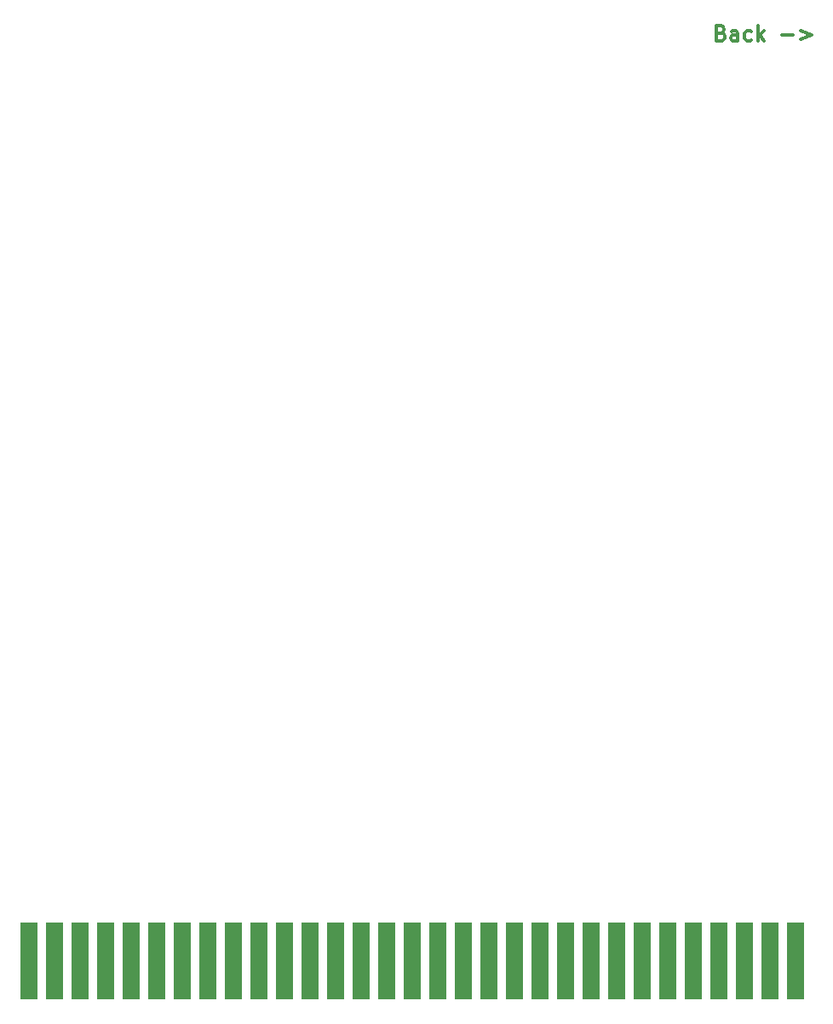
<source format=gtl>
%TF.GenerationSoftware,KiCad,Pcbnew,5.1.6*%
%TF.CreationDate,2020-09-13T20:49:41+02:00*%
%TF.ProjectId,ISASTM,49534153-544d-42e6-9b69-6361645f7063,rev?*%
%TF.SameCoordinates,Original*%
%TF.FileFunction,Copper,L1,Top*%
%TF.FilePolarity,Positive*%
%FSLAX46Y46*%
G04 Gerber Fmt 4.6, Leading zero omitted, Abs format (unit mm)*
G04 Created by KiCad (PCBNEW 5.1.6) date 2020-09-13 20:49:41*
%MOMM*%
%LPD*%
G01*
G04 APERTURE LIST*
%TA.AperFunction,NonConductor*%
%ADD10C,0.300000*%
%TD*%
%TA.AperFunction,ConnectorPad*%
%ADD11R,1.778000X7.620000*%
%TD*%
G04 APERTURE END LIST*
D10*
X106938571Y-20212857D02*
X107152857Y-20284285D01*
X107224285Y-20355714D01*
X107295714Y-20498571D01*
X107295714Y-20712857D01*
X107224285Y-20855714D01*
X107152857Y-20927142D01*
X107010000Y-20998571D01*
X106438571Y-20998571D01*
X106438571Y-19498571D01*
X106938571Y-19498571D01*
X107081428Y-19570000D01*
X107152857Y-19641428D01*
X107224285Y-19784285D01*
X107224285Y-19927142D01*
X107152857Y-20070000D01*
X107081428Y-20141428D01*
X106938571Y-20212857D01*
X106438571Y-20212857D01*
X108581428Y-20998571D02*
X108581428Y-20212857D01*
X108510000Y-20070000D01*
X108367142Y-19998571D01*
X108081428Y-19998571D01*
X107938571Y-20070000D01*
X108581428Y-20927142D02*
X108438571Y-20998571D01*
X108081428Y-20998571D01*
X107938571Y-20927142D01*
X107867142Y-20784285D01*
X107867142Y-20641428D01*
X107938571Y-20498571D01*
X108081428Y-20427142D01*
X108438571Y-20427142D01*
X108581428Y-20355714D01*
X109938571Y-20927142D02*
X109795714Y-20998571D01*
X109510000Y-20998571D01*
X109367142Y-20927142D01*
X109295714Y-20855714D01*
X109224285Y-20712857D01*
X109224285Y-20284285D01*
X109295714Y-20141428D01*
X109367142Y-20070000D01*
X109510000Y-19998571D01*
X109795714Y-19998571D01*
X109938571Y-20070000D01*
X110581428Y-20998571D02*
X110581428Y-19498571D01*
X110724285Y-20427142D02*
X111152857Y-20998571D01*
X111152857Y-19998571D02*
X110581428Y-20570000D01*
X112938571Y-20427142D02*
X114081428Y-20427142D01*
X114795714Y-19998571D02*
X115938571Y-20427142D01*
X114795714Y-20855714D01*
D11*
%TO.P,J1,62*%
%TO.N,/A0*%
X38100000Y-112395000D03*
%TO.P,J1,61*%
%TO.N,/A1*%
X40640000Y-112395000D03*
%TO.P,J1,60*%
%TO.N,/A2*%
X43180000Y-112395000D03*
%TO.P,J1,59*%
%TO.N,/A3*%
X45720000Y-112395000D03*
%TO.P,J1,58*%
%TO.N,/A4*%
X48260000Y-112395000D03*
%TO.P,J1,57*%
%TO.N,/A5*%
X50800000Y-112395000D03*
%TO.P,J1,56*%
%TO.N,/A6*%
X53340000Y-112395000D03*
%TO.P,J1,55*%
%TO.N,/A7*%
X55880000Y-112395000D03*
%TO.P,J1,54*%
%TO.N,/A8*%
X58420000Y-112395000D03*
%TO.P,J1,53*%
%TO.N,/A9*%
X60960000Y-112395000D03*
%TO.P,J1,52*%
%TO.N,/A10*%
X63500000Y-112395000D03*
%TO.P,J1,51*%
%TO.N,/A11*%
X66040000Y-112395000D03*
%TO.P,J1,50*%
%TO.N,/A12*%
X68580000Y-112395000D03*
%TO.P,J1,49*%
%TO.N,/A13*%
X71120000Y-112395000D03*
%TO.P,J1,48*%
%TO.N,/A14*%
X73660000Y-112395000D03*
%TO.P,J1,47*%
%TO.N,/A15*%
X76200000Y-112395000D03*
%TO.P,J1,46*%
%TO.N,/A16*%
X78740000Y-112395000D03*
%TO.P,J1,45*%
%TO.N,/A17*%
X81280000Y-112395000D03*
%TO.P,J1,44*%
%TO.N,/A18*%
X83820000Y-112395000D03*
%TO.P,J1,43*%
%TO.N,/A19*%
X86360000Y-112395000D03*
%TO.P,J1,42*%
%TO.N,/AEN*%
X88900000Y-112395000D03*
%TO.P,J1,41*%
%TO.N,/IO_CH_RDY*%
X91440000Y-112395000D03*
%TO.P,J1,40*%
%TO.N,/D0*%
X93980000Y-112395000D03*
%TO.P,J1,39*%
%TO.N,/D1*%
X96520000Y-112395000D03*
%TO.P,J1,38*%
%TO.N,/D2*%
X99060000Y-112395000D03*
%TO.P,J1,37*%
%TO.N,/D3*%
X101600000Y-112395000D03*
%TO.P,J1,36*%
%TO.N,/D4*%
X104140000Y-112395000D03*
%TO.P,J1,35*%
%TO.N,/D5*%
X106680000Y-112395000D03*
%TO.P,J1,34*%
%TO.N,/D6*%
X109220000Y-112395000D03*
%TO.P,J1,33*%
%TO.N,/D7*%
X111760000Y-112395000D03*
%TO.P,J1,32*%
%TO.N,/~IO_CH_CK*%
X114300000Y-112395000D03*
%TD*%
M02*

</source>
